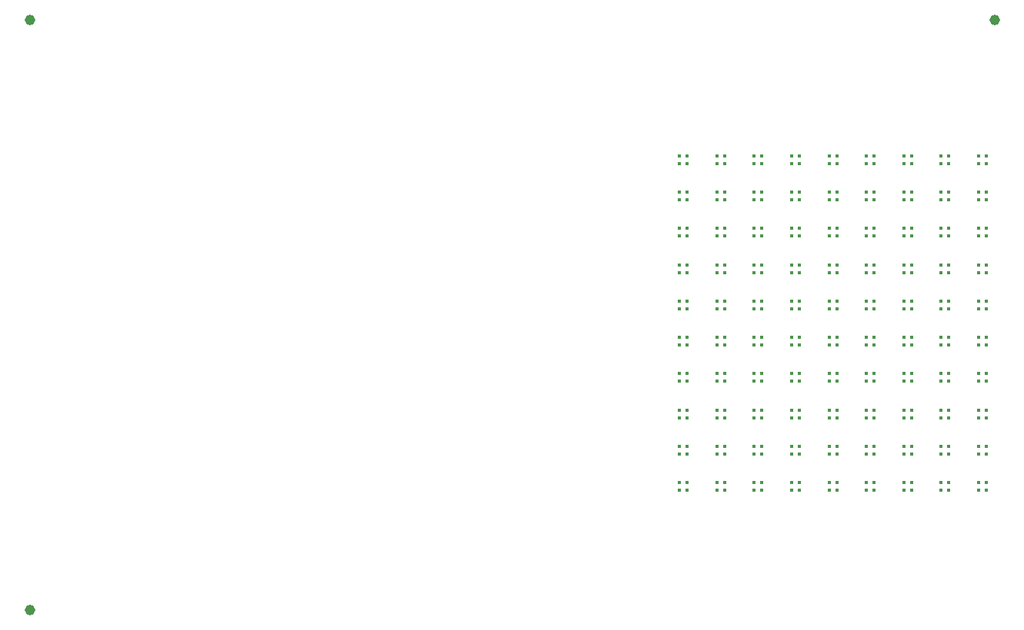
<source format=gtp>
G04 #@! TF.GenerationSoftware,KiCad,Pcbnew,7.0.2-6a45011f42~172~ubuntu22.04.1*
G04 #@! TF.CreationDate,2023-07-04T12:46:50+08:00*
G04 #@! TF.ProjectId,panel_10_1,70616e65-6c5f-4313-905f-312e6b696361,rev?*
G04 #@! TF.SameCoordinates,Original*
G04 #@! TF.FileFunction,Paste,Top*
G04 #@! TF.FilePolarity,Positive*
%FSLAX46Y46*%
G04 Gerber Fmt 4.6, Leading zero omitted, Abs format (unit mm)*
G04 Created by KiCad (PCBNEW 7.0.2-6a45011f42~172~ubuntu22.04.1) date 2023-07-04 12:46:50*
%MOMM*%
%LPD*%
G01*
G04 APERTURE LIST*
%ADD10R,0.450000X0.450000*%
%ADD11C,1.152000*%
G04 APERTURE END LIST*
D10*
G04 #@! TO.C,U1*
X74867150Y-30330000D03*
X74017150Y-30330000D03*
X74867150Y-29480000D03*
X74017150Y-29480000D03*
G04 #@! TD*
G04 #@! TO.C,U6*
X95435505Y-54330000D03*
X94585505Y-54330000D03*
X95435505Y-53480000D03*
X94585505Y-53480000D03*
G04 #@! TD*
G04 #@! TO.C,U4*
X87208163Y-54330000D03*
X86358163Y-54330000D03*
X87208163Y-53480000D03*
X86358163Y-53480000D03*
G04 #@! TD*
G04 #@! TO.C,U3*
X83094492Y-54330000D03*
X82244492Y-54330000D03*
X83094492Y-53480000D03*
X82244492Y-53480000D03*
G04 #@! TD*
G04 #@! TO.C,U6*
X95435505Y-42330000D03*
X94585505Y-42330000D03*
X95435505Y-41480000D03*
X94585505Y-41480000D03*
G04 #@! TD*
D11*
G04 #@! TO.C,REF\u002A\u002A*
X2500000Y-67500000D03*
G04 #@! TD*
D10*
G04 #@! TO.C,U7*
X99549176Y-50330000D03*
X98699176Y-50330000D03*
X99549176Y-49480000D03*
X98699176Y-49480000D03*
G04 #@! TD*
G04 #@! TO.C,U7*
X99549176Y-54330000D03*
X98699176Y-54330000D03*
X99549176Y-53480000D03*
X98699176Y-53480000D03*
G04 #@! TD*
G04 #@! TO.C,U5*
X91321834Y-34330000D03*
X90471834Y-34330000D03*
X91321834Y-33480000D03*
X90471834Y-33480000D03*
G04 #@! TD*
G04 #@! TO.C,U2*
X78980821Y-46330000D03*
X78130821Y-46330000D03*
X78980821Y-45480000D03*
X78130821Y-45480000D03*
G04 #@! TD*
D11*
G04 #@! TO.C,REF\u002A\u002A*
X108690000Y-2500000D03*
G04 #@! TD*
D10*
G04 #@! TO.C,U5*
X91321834Y-22330000D03*
X90471834Y-22330000D03*
X91321834Y-21480000D03*
X90471834Y-21480000D03*
G04 #@! TD*
G04 #@! TO.C,U6*
X95435505Y-26330000D03*
X94585505Y-26330000D03*
X95435505Y-25480000D03*
X94585505Y-25480000D03*
G04 #@! TD*
G04 #@! TO.C,U1*
X74867150Y-46330000D03*
X74017150Y-46330000D03*
X74867150Y-45480000D03*
X74017150Y-45480000D03*
G04 #@! TD*
G04 #@! TO.C,U4*
X87208163Y-22330000D03*
X86358163Y-22330000D03*
X87208163Y-21480000D03*
X86358163Y-21480000D03*
G04 #@! TD*
G04 #@! TO.C,U9*
X107776522Y-42330000D03*
X106926522Y-42330000D03*
X107776522Y-41480000D03*
X106926522Y-41480000D03*
G04 #@! TD*
G04 #@! TO.C,U9*
X107776522Y-18330000D03*
X106926522Y-18330000D03*
X107776522Y-17480000D03*
X106926522Y-17480000D03*
G04 #@! TD*
G04 #@! TO.C,U2*
X78980821Y-38330000D03*
X78130821Y-38330000D03*
X78980821Y-37480000D03*
X78130821Y-37480000D03*
G04 #@! TD*
G04 #@! TO.C,U3*
X83094492Y-38330000D03*
X82244492Y-38330000D03*
X83094492Y-37480000D03*
X82244492Y-37480000D03*
G04 #@! TD*
G04 #@! TO.C,U3*
X83094492Y-34330000D03*
X82244492Y-34330000D03*
X83094492Y-33480000D03*
X82244492Y-33480000D03*
G04 #@! TD*
G04 #@! TO.C,U3*
X83094492Y-46330000D03*
X82244492Y-46330000D03*
X83094492Y-45480000D03*
X82244492Y-45480000D03*
G04 #@! TD*
G04 #@! TO.C,U2*
X78980821Y-22330000D03*
X78130821Y-22330000D03*
X78980821Y-21480000D03*
X78130821Y-21480000D03*
G04 #@! TD*
G04 #@! TO.C,U1*
X74867150Y-38330000D03*
X74017150Y-38330000D03*
X74867150Y-37480000D03*
X74017150Y-37480000D03*
G04 #@! TD*
G04 #@! TO.C,U4*
X87208163Y-46330000D03*
X86358163Y-46330000D03*
X87208163Y-45480000D03*
X86358163Y-45480000D03*
G04 #@! TD*
G04 #@! TO.C,U4*
X87208163Y-18330000D03*
X86358163Y-18330000D03*
X87208163Y-17480000D03*
X86358163Y-17480000D03*
G04 #@! TD*
G04 #@! TO.C,U7*
X99549176Y-38330000D03*
X98699176Y-38330000D03*
X99549176Y-37480000D03*
X98699176Y-37480000D03*
G04 #@! TD*
G04 #@! TO.C,U5*
X91321834Y-54330000D03*
X90471834Y-54330000D03*
X91321834Y-53480000D03*
X90471834Y-53480000D03*
G04 #@! TD*
G04 #@! TO.C,U1*
X74867150Y-54330000D03*
X74017150Y-54330000D03*
X74867150Y-53480000D03*
X74017150Y-53480000D03*
G04 #@! TD*
G04 #@! TO.C,U6*
X95435505Y-46330000D03*
X94585505Y-46330000D03*
X95435505Y-45480000D03*
X94585505Y-45480000D03*
G04 #@! TD*
G04 #@! TO.C,U2*
X78980821Y-30330000D03*
X78130821Y-30330000D03*
X78980821Y-29480000D03*
X78130821Y-29480000D03*
G04 #@! TD*
G04 #@! TO.C,U3*
X83094492Y-18330000D03*
X82244492Y-18330000D03*
X83094492Y-17480000D03*
X82244492Y-17480000D03*
G04 #@! TD*
G04 #@! TO.C,U9*
X107776522Y-26330000D03*
X106926522Y-26330000D03*
X107776522Y-25480000D03*
X106926522Y-25480000D03*
G04 #@! TD*
G04 #@! TO.C,U7*
X99549176Y-18330000D03*
X98699176Y-18330000D03*
X99549176Y-17480000D03*
X98699176Y-17480000D03*
G04 #@! TD*
G04 #@! TO.C,U6*
X95435505Y-30330000D03*
X94585505Y-30330000D03*
X95435505Y-29480000D03*
X94585505Y-29480000D03*
G04 #@! TD*
G04 #@! TO.C,U1*
X74867150Y-34330000D03*
X74017150Y-34330000D03*
X74867150Y-33480000D03*
X74017150Y-33480000D03*
G04 #@! TD*
G04 #@! TO.C,U3*
X83094492Y-22330000D03*
X82244492Y-22330000D03*
X83094492Y-21480000D03*
X82244492Y-21480000D03*
G04 #@! TD*
G04 #@! TO.C,U5*
X91321834Y-42330000D03*
X90471834Y-42330000D03*
X91321834Y-41480000D03*
X90471834Y-41480000D03*
G04 #@! TD*
G04 #@! TO.C,U8*
X103662847Y-22330000D03*
X102812847Y-22330000D03*
X103662847Y-21480000D03*
X102812847Y-21480000D03*
G04 #@! TD*
G04 #@! TO.C,U8*
X103662847Y-38330000D03*
X102812847Y-38330000D03*
X103662847Y-37480000D03*
X102812847Y-37480000D03*
G04 #@! TD*
G04 #@! TO.C,U7*
X99549176Y-26330000D03*
X98699176Y-26330000D03*
X99549176Y-25480000D03*
X98699176Y-25480000D03*
G04 #@! TD*
G04 #@! TO.C,U4*
X87208163Y-30330000D03*
X86358163Y-30330000D03*
X87208163Y-29480000D03*
X86358163Y-29480000D03*
G04 #@! TD*
G04 #@! TO.C,U3*
X83094492Y-42330000D03*
X82244492Y-42330000D03*
X83094492Y-41480000D03*
X82244492Y-41480000D03*
G04 #@! TD*
G04 #@! TO.C,U7*
X99549176Y-46330000D03*
X98699176Y-46330000D03*
X99549176Y-45480000D03*
X98699176Y-45480000D03*
G04 #@! TD*
G04 #@! TO.C,U7*
X99549176Y-22330000D03*
X98699176Y-22330000D03*
X99549176Y-21480000D03*
X98699176Y-21480000D03*
G04 #@! TD*
G04 #@! TO.C,U4*
X87208163Y-38330000D03*
X86358163Y-38330000D03*
X87208163Y-37480000D03*
X86358163Y-37480000D03*
G04 #@! TD*
G04 #@! TO.C,U3*
X83094492Y-50330000D03*
X82244492Y-50330000D03*
X83094492Y-49480000D03*
X82244492Y-49480000D03*
G04 #@! TD*
G04 #@! TO.C,U2*
X78980821Y-54330000D03*
X78130821Y-54330000D03*
X78980821Y-53480000D03*
X78130821Y-53480000D03*
G04 #@! TD*
G04 #@! TO.C,U6*
X95435505Y-34330000D03*
X94585505Y-34330000D03*
X95435505Y-33480000D03*
X94585505Y-33480000D03*
G04 #@! TD*
G04 #@! TO.C,U8*
X103662847Y-30330000D03*
X102812847Y-30330000D03*
X103662847Y-29480000D03*
X102812847Y-29480000D03*
G04 #@! TD*
G04 #@! TO.C,U4*
X87208163Y-50330000D03*
X86358163Y-50330000D03*
X87208163Y-49480000D03*
X86358163Y-49480000D03*
G04 #@! TD*
G04 #@! TO.C,U8*
X103662847Y-34330000D03*
X102812847Y-34330000D03*
X103662847Y-33480000D03*
X102812847Y-33480000D03*
G04 #@! TD*
G04 #@! TO.C,U2*
X78980821Y-50330000D03*
X78130821Y-50330000D03*
X78980821Y-49480000D03*
X78130821Y-49480000D03*
G04 #@! TD*
G04 #@! TO.C,U8*
X103662847Y-46330000D03*
X102812847Y-46330000D03*
X103662847Y-45480000D03*
X102812847Y-45480000D03*
G04 #@! TD*
G04 #@! TO.C,U1*
X74867150Y-18330000D03*
X74017150Y-18330000D03*
X74867150Y-17480000D03*
X74017150Y-17480000D03*
G04 #@! TD*
G04 #@! TO.C,U8*
X103662847Y-50330000D03*
X102812847Y-50330000D03*
X103662847Y-49480000D03*
X102812847Y-49480000D03*
G04 #@! TD*
G04 #@! TO.C,U9*
X107776522Y-22330000D03*
X106926522Y-22330000D03*
X107776522Y-21480000D03*
X106926522Y-21480000D03*
G04 #@! TD*
G04 #@! TO.C,U5*
X91321834Y-38330000D03*
X90471834Y-38330000D03*
X91321834Y-37480000D03*
X90471834Y-37480000D03*
G04 #@! TD*
G04 #@! TO.C,U5*
X91321834Y-50330000D03*
X90471834Y-50330000D03*
X91321834Y-49480000D03*
X90471834Y-49480000D03*
G04 #@! TD*
G04 #@! TO.C,U7*
X99549176Y-42330000D03*
X98699176Y-42330000D03*
X99549176Y-41480000D03*
X98699176Y-41480000D03*
G04 #@! TD*
G04 #@! TO.C,U5*
X91321834Y-26330000D03*
X90471834Y-26330000D03*
X91321834Y-25480000D03*
X90471834Y-25480000D03*
G04 #@! TD*
G04 #@! TO.C,U7*
X99549176Y-34330000D03*
X98699176Y-34330000D03*
X99549176Y-33480000D03*
X98699176Y-33480000D03*
G04 #@! TD*
G04 #@! TO.C,U9*
X107776522Y-50330000D03*
X106926522Y-50330000D03*
X107776522Y-49480000D03*
X106926522Y-49480000D03*
G04 #@! TD*
G04 #@! TO.C,U8*
X103662847Y-26330000D03*
X102812847Y-26330000D03*
X103662847Y-25480000D03*
X102812847Y-25480000D03*
G04 #@! TD*
G04 #@! TO.C,U6*
X95435505Y-22330000D03*
X94585505Y-22330000D03*
X95435505Y-21480000D03*
X94585505Y-21480000D03*
G04 #@! TD*
G04 #@! TO.C,U5*
X91321834Y-18330000D03*
X90471834Y-18330000D03*
X91321834Y-17480000D03*
X90471834Y-17480000D03*
G04 #@! TD*
G04 #@! TO.C,U1*
X74867150Y-26330000D03*
X74017150Y-26330000D03*
X74867150Y-25480000D03*
X74017150Y-25480000D03*
G04 #@! TD*
G04 #@! TO.C,U2*
X78980821Y-18330000D03*
X78130821Y-18330000D03*
X78980821Y-17480000D03*
X78130821Y-17480000D03*
G04 #@! TD*
D11*
G04 #@! TO.C,REF\u002A\u002A*
X2500000Y-2500000D03*
G04 #@! TD*
D10*
G04 #@! TO.C,U6*
X95435505Y-18330000D03*
X94585505Y-18330000D03*
X95435505Y-17480000D03*
X94585505Y-17480000D03*
G04 #@! TD*
G04 #@! TO.C,U3*
X83094492Y-30330000D03*
X82244492Y-30330000D03*
X83094492Y-29480000D03*
X82244492Y-29480000D03*
G04 #@! TD*
G04 #@! TO.C,U9*
X107776522Y-54330000D03*
X106926522Y-54330000D03*
X107776522Y-53480000D03*
X106926522Y-53480000D03*
G04 #@! TD*
G04 #@! TO.C,U5*
X91321834Y-46330000D03*
X90471834Y-46330000D03*
X91321834Y-45480000D03*
X90471834Y-45480000D03*
G04 #@! TD*
G04 #@! TO.C,U4*
X87208163Y-34330000D03*
X86358163Y-34330000D03*
X87208163Y-33480000D03*
X86358163Y-33480000D03*
G04 #@! TD*
G04 #@! TO.C,U4*
X87208163Y-42330000D03*
X86358163Y-42330000D03*
X87208163Y-41480000D03*
X86358163Y-41480000D03*
G04 #@! TD*
G04 #@! TO.C,U9*
X107776522Y-38330000D03*
X106926522Y-38330000D03*
X107776522Y-37480000D03*
X106926522Y-37480000D03*
G04 #@! TD*
G04 #@! TO.C,U1*
X74867150Y-42330000D03*
X74017150Y-42330000D03*
X74867150Y-41480000D03*
X74017150Y-41480000D03*
G04 #@! TD*
G04 #@! TO.C,U8*
X103662847Y-42330000D03*
X102812847Y-42330000D03*
X103662847Y-41480000D03*
X102812847Y-41480000D03*
G04 #@! TD*
G04 #@! TO.C,U7*
X99549176Y-30330000D03*
X98699176Y-30330000D03*
X99549176Y-29480000D03*
X98699176Y-29480000D03*
G04 #@! TD*
G04 #@! TO.C,U5*
X91321834Y-30330000D03*
X90471834Y-30330000D03*
X91321834Y-29480000D03*
X90471834Y-29480000D03*
G04 #@! TD*
G04 #@! TO.C,U6*
X95435505Y-38330000D03*
X94585505Y-38330000D03*
X95435505Y-37480000D03*
X94585505Y-37480000D03*
G04 #@! TD*
G04 #@! TO.C,U2*
X78980821Y-26330000D03*
X78130821Y-26330000D03*
X78980821Y-25480000D03*
X78130821Y-25480000D03*
G04 #@! TD*
G04 #@! TO.C,U6*
X95435505Y-50330000D03*
X94585505Y-50330000D03*
X95435505Y-49480000D03*
X94585505Y-49480000D03*
G04 #@! TD*
G04 #@! TO.C,U8*
X103662847Y-54330000D03*
X102812847Y-54330000D03*
X103662847Y-53480000D03*
X102812847Y-53480000D03*
G04 #@! TD*
G04 #@! TO.C,U4*
X87208163Y-26330000D03*
X86358163Y-26330000D03*
X87208163Y-25480000D03*
X86358163Y-25480000D03*
G04 #@! TD*
G04 #@! TO.C,U8*
X103662847Y-18330000D03*
X102812847Y-18330000D03*
X103662847Y-17480000D03*
X102812847Y-17480000D03*
G04 #@! TD*
G04 #@! TO.C,U1*
X74867150Y-50330000D03*
X74017150Y-50330000D03*
X74867150Y-49480000D03*
X74017150Y-49480000D03*
G04 #@! TD*
G04 #@! TO.C,U9*
X107776522Y-30330000D03*
X106926522Y-30330000D03*
X107776522Y-29480000D03*
X106926522Y-29480000D03*
G04 #@! TD*
G04 #@! TO.C,U1*
X74867150Y-22330000D03*
X74017150Y-22330000D03*
X74867150Y-21480000D03*
X74017150Y-21480000D03*
G04 #@! TD*
G04 #@! TO.C,U2*
X78980821Y-42330000D03*
X78130821Y-42330000D03*
X78980821Y-41480000D03*
X78130821Y-41480000D03*
G04 #@! TD*
G04 #@! TO.C,U3*
X83094492Y-26330000D03*
X82244492Y-26330000D03*
X83094492Y-25480000D03*
X82244492Y-25480000D03*
G04 #@! TD*
G04 #@! TO.C,U9*
X107776522Y-46330000D03*
X106926522Y-46330000D03*
X107776522Y-45480000D03*
X106926522Y-45480000D03*
G04 #@! TD*
G04 #@! TO.C,U2*
X78980821Y-34330000D03*
X78130821Y-34330000D03*
X78980821Y-33480000D03*
X78130821Y-33480000D03*
G04 #@! TD*
G04 #@! TO.C,U9*
X107776522Y-34330000D03*
X106926522Y-34330000D03*
X107776522Y-33480000D03*
X106926522Y-33480000D03*
G04 #@! TD*
M02*

</source>
